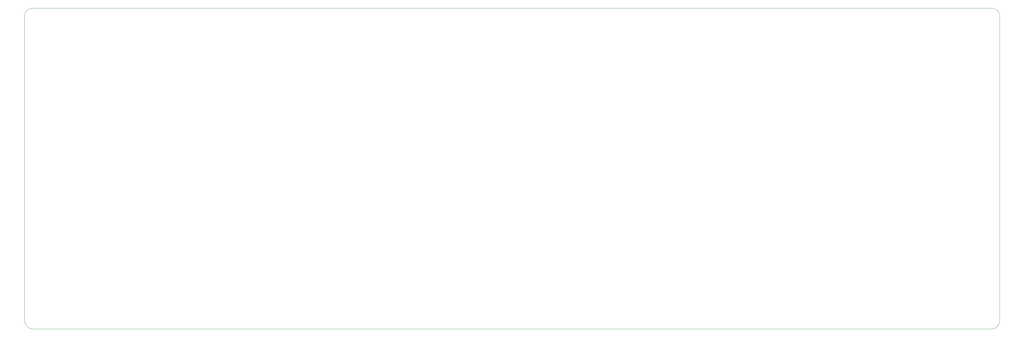
<source format=gbr>
G04 #@! TF.GenerationSoftware,KiCad,Pcbnew,5.1.4+dfsg1-1*
G04 #@! TF.CreationDate,2020-07-30T17:34:22-05:00*
G04 #@! TF.ProjectId,e-cribbage,652d6372-6962-4626-9167-652e6b696361,rev?*
G04 #@! TF.SameCoordinates,Original*
G04 #@! TF.FileFunction,Profile,NP*
%FSLAX46Y46*%
G04 Gerber Fmt 4.6, Leading zero omitted, Abs format (unit mm)*
G04 Created by KiCad (PCBNEW 5.1.4+dfsg1-1) date 2020-07-30 17:34:22*
%MOMM*%
%LPD*%
G04 APERTURE LIST*
%ADD10C,0.050000*%
G04 APERTURE END LIST*
D10*
X354330000Y-80518000D02*
G75*
G02X356870000Y-83058000I0J-2540000D01*
G01*
X356870000Y-178308000D02*
G75*
G02X354330000Y-180848000I-2540000J0D01*
G01*
X54610000Y-180848000D02*
G75*
G02X52070000Y-178308000I0J2540000D01*
G01*
X52070000Y-83058000D02*
G75*
G02X54610000Y-80518000I2540000J0D01*
G01*
X52070000Y-178308000D02*
X52070000Y-83058000D01*
X354330000Y-180848000D02*
X54610000Y-180848000D01*
X356870000Y-83058000D02*
X356870000Y-178308000D01*
X54610000Y-80518000D02*
X354330000Y-80518000D01*
M02*

</source>
